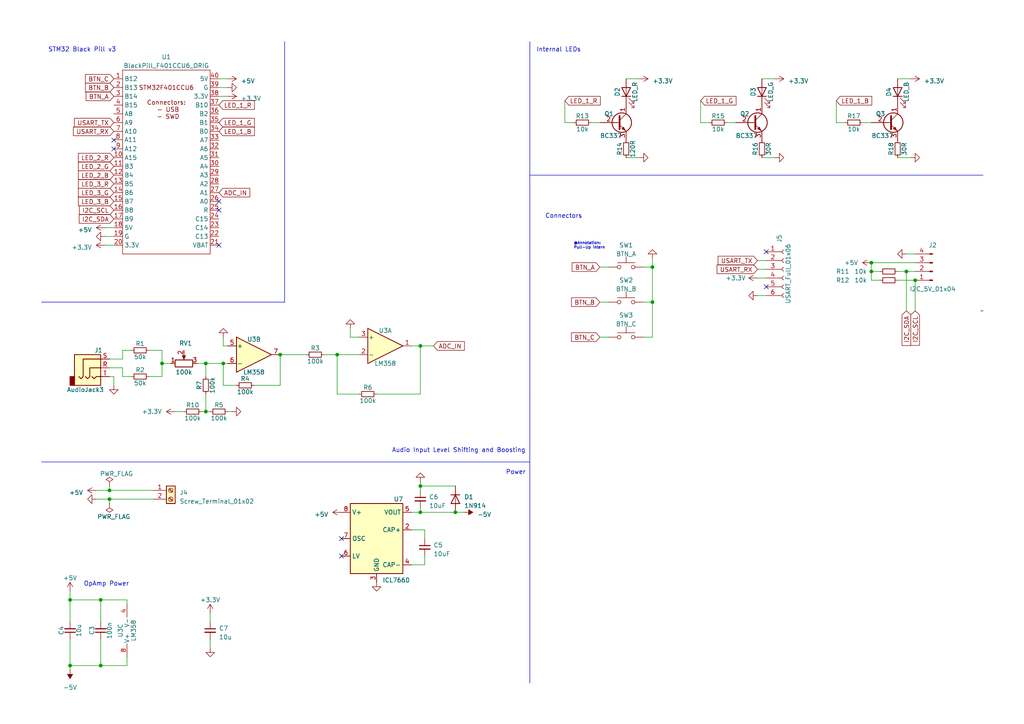
<source format=kicad_sch>
(kicad_sch (version 20230121) (generator eeschema)
  (paper "A4")
  (title_block (title "Jodelautomat-Schaltplan") (date "2023-04-05") (rev "v0.1") (company "Hundshüttn GmbH"))
  (lib_symbols
    (symbol "Amplifier_Operational:LM358" (pin_names (offset 0.127))
      (property "Reference" "U" (at 0 5.08 0))
      (property "Value" "LM358" (at 0 -5.08 0))
      (symbol "LM358_1_1"
        (polyline (pts (xy -5.08 5.08) (xy 5.08 0) (xy -5.08 -5.08) (xy -5.08 5.08)) (stroke (width 0.254)) (fill (type background)))
        (pin output line (at 7.62 0 180) (length 2.54) (name "~") (number "1"))
        (pin input line (at -7.62 -2.54 0) (length 2.54) (name "-") (number "2"))
        (pin input line (at -7.62 2.54 0) (length 2.54) (name "+") (number "3"))
      )
      (symbol "LM358_2_1"
        (polyline (pts (xy -5.08 5.08) (xy 5.08 0) (xy -5.08 -5.08) (xy -5.08 5.08)) (stroke (width 0.254)) (fill (type background)))
        (pin input line (at -7.62 2.54 0) (length 2.54) (name "+") (number "5"))
        (pin input line (at -7.62 -2.54 0) (length 2.54) (name "-") (number "6"))
        (pin output line (at 7.62 0 180) (length 2.54) (name "~") (number "7"))
      )
      (symbol "LM358_3_1"
        (pin power_in line (at -2.54 -7.62 90) (length 3.81) (name "V-") (number "4"))
        (pin power_in line (at -2.54 7.62 270) (length 3.81) (name "V+") (number "8"))
      )
    )
    (symbol "Connector:Conn_01x04_Pin" (pin_names (offset 1.016) hide)
      (property "Reference" "J" (at 0 5.08 0))
      (property "Value" "Conn_01x04_Pin" (at 0 -7.62 0))
      (symbol "Conn_01x04_Pin_1_1"
        (polyline (pts (xy 1.27 -5.08) (xy 0.8636 -5.08)) (stroke (width 0.1524)))
        (polyline (pts (xy 1.27 -2.54) (xy 0.8636 -2.54)) (stroke (width 0.1524)))
        (polyline (pts (xy 1.27 0) (xy 0.8636 0)) (stroke (width 0.1524)))
        (polyline (pts (xy 1.27 2.54) (xy 0.8636 2.54)) (stroke (width 0.1524)))
        (rectangle (start 0.8636 -4.953) (end 0 -5.207) (stroke (width 0.1524)) (fill (type outline)))
        (rectangle (start 0.8636 -2.413) (end 0 -2.667) (stroke (width 0.1524)) (fill (type outline)))
        (rectangle (start 0.8636 0.127) (end 0 -0.127) (stroke (width 0.1524)) (fill (type outline)))
        (rectangle (start 0.8636 2.667) (end 0 2.413) (stroke (width 0.1524)) (fill (type outline)))
        (pin passive line (at 5.08 2.54 180) (length 3.81) (name "Pin_1") (number "1"))
        (pin passive line (at 5.08 0 180) (length 3.81) (name "Pin_2") (number "2"))
        (pin passive line (at 5.08 -2.54 180) (length 3.81) (name "Pin_3") (number "3"))
        (pin passive line (at 5.08 -5.08 180) (length 3.81) (name "Pin_4") (number "4"))
      )
    )
    (symbol "Connector:Conn_01x06_Socket" (pin_names (offset 1.016) hide)
      (property "Reference" "J" (at 0 7.62 0))
      (property "Value" "Conn_01x06_Socket" (at 0 -10.16 0))
      (symbol "Conn_01x06_Socket_1_1"
        (arc (start 0 -7.112) (mid -0.5058 -7.62) (end 0 -8.128) (stroke (width 0.1524)))
        (arc (start 0 -4.572) (mid -0.5058 -5.08) (end 0 -5.588) (stroke (width 0.1524)))
        (arc (start 0 -2.032) (mid -0.5058 -2.54) (end 0 -3.048) (stroke (width 0.1524)))
        (polyline (pts (xy -1.27 -7.62) (xy -0.508 -7.62)) (stroke (width 0.1524)))
        (polyline (pts (xy -1.27 -5.08) (xy -0.508 -5.08)) (stroke (width 0.1524)))
        (polyline (pts (xy -1.27 -2.54) (xy -0.508 -2.54)) (stroke (width 0.1524)))
        (polyline (pts (xy -1.27 0) (xy -0.508 0)) (stroke (width 0.1524)))
        (polyline (pts (xy -1.27 2.54) (xy -0.508 2.54)) (stroke (width 0.1524)))
        (polyline (pts (xy -1.27 5.08) (xy -0.508 5.08)) (stroke (width 0.1524)))
        (arc (start 0 0.508) (mid -0.5058 0) (end 0 -0.508) (stroke (width 0.1524)))
        (arc (start 0 3.048) (mid -0.5058 2.54) (end 0 2.032) (stroke (width 0.1524)))
        (arc (start 0 5.588) (mid -0.5058 5.08) (end 0 4.572) (stroke (width 0.1524)))
        (pin passive line (at -5.08 5.08 0) (length 3.81) (name "Pin_1") (number "1"))
        (pin passive line (at -5.08 2.54 0) (length 3.81) (name "Pin_2") (number "2"))
        (pin passive line (at -5.08 0 0) (length 3.81) (name "Pin_3") (number "3"))
        (pin passive line (at -5.08 -2.54 0) (length 3.81) (name "Pin_4") (number "4"))
        (pin passive line (at -5.08 -5.08 0) (length 3.81) (name "Pin_5") (number "5"))
        (pin passive line (at -5.08 -7.62 0) (length 3.81) (name "Pin_6") (number "6"))
      )
    )
    (symbol "Connector:Screw_Terminal_01x02" (pin_names (offset 1.016) hide)
      (property "Reference" "J" (at 0 2.54 0))
      (property "Value" "Screw_Terminal_01x02" (at 0 -5.08 0))
      (symbol "Screw_Terminal_01x02_1_1"
        (rectangle (start -1.27 1.27) (end 1.27 -3.81) (stroke (width 0.254)) (fill (type background)))
        (circle (center 0 -2.54) (radius 0.635) (stroke (width 0.1524)))
        (polyline (pts (xy -0.5334 -2.2098) (xy 0.3302 -3.048)) (stroke (width 0.1524)))
        (polyline (pts (xy -0.5334 0.3302) (xy 0.3302 -0.508)) (stroke (width 0.1524)))
        (polyline (pts (xy -0.3556 -2.032) (xy 0.508 -2.8702)) (stroke (width 0.1524)))
        (polyline (pts (xy -0.3556 0.508) (xy 0.508 -0.3302)) (stroke (width 0.1524)))
        (circle (center 0 0) (radius 0.635) (stroke (width 0.1524)))
        (pin passive line (at -5.08 0 0) (length 3.81) (name "Pin_1") (number "1"))
        (pin passive line (at -5.08 -2.54 0) (length 3.81) (name "Pin_2") (number "2"))
      )
    )
    (symbol "Connector_Audio:AudioJack3"
      (property "Reference" "J" (at 0 8.89 0))
      (property "Value" "AudioJack3" (at 0 6.35 0))
      (symbol "AudioJack3_0_1"
        (rectangle (start -5.08 -5.08) (end -6.35 -2.54) (stroke (width 0.254)) (fill (type outline)))
        (polyline (pts (xy 0 -2.54) (xy 0.635 -3.175) (xy 1.27 -2.54) (xy 2.54 -2.54)) (stroke (width 0.254)))
        (polyline (pts (xy -1.905 -2.54) (xy -1.27 -3.175) (xy -0.635 -2.54) (xy -0.635 0) (xy 2.54 0)) (stroke (width 0.254)))
        (polyline (pts (xy 2.54 2.54) (xy -2.54 2.54) (xy -2.54 -2.54) (xy -3.175 -3.175) (xy -3.81 -2.54)) (stroke (width 0.254)))
        (rectangle (start 2.54 3.81) (end -5.08 -5.08) (stroke (width 0.254)) (fill (type background)))
      )
      (symbol "AudioJack3_1_1"
        (pin passive line (at 5.08 0 180) (length 2.54) (name "~") (number "R"))
        (pin passive line (at 5.08 2.54 180) (length 2.54) (name "~") (number "S"))
        (pin passive line (at 5.08 -2.54 180) (length 2.54) (name "~") (number "T"))
      )
    )
    (symbol "Device:C_Small" (pin_numbers hide) (pin_names (offset 0.254) hide)
      (property "Reference" "C" (at 0.254 1.778 0))
      (property "Value" "C_Small" (at 0.254 -2.032 0))
      (symbol "C_Small_0_1"
        (polyline (pts (xy -1.524 -0.508) (xy 1.524 -0.508)) (stroke (width 0.3302)))
        (polyline (pts (xy -1.524 0.508) (xy 1.524 0.508)) (stroke (width 0.3048)))
      )
      (symbol "C_Small_1_1"
        (pin passive line (at 0 2.54 270) (length 2.032) (name "~") (number "1"))
        (pin passive line (at 0 -2.54 90) (length 2.032) (name "~") (number "2"))
      )
    )
    (symbol "Device:LED" (pin_numbers hide) (pin_names (offset 1.016) hide)
      (property "Reference" "D" (at 0 2.54 0))
      (property "Value" "LED" (at 0 -2.54 0))
      (symbol "LED_0_1"
        (polyline (pts (xy -1.27 -1.27) (xy -1.27 1.27)) (stroke (width 0.254)))
        (polyline (pts (xy -1.27 0) (xy 1.27 0)))
        (polyline (pts (xy 1.27 -1.27) (xy 1.27 1.27) (xy -1.27 0) (xy 1.27 -1.27)) (stroke (width 0.254)))
        (polyline (pts (xy -3.048 -0.762) (xy -4.572 -2.286) (xy -3.81 -2.286) (xy -4.572 -2.286) (xy -4.572 -1.524)))
        (polyline (pts (xy -1.778 -0.762) (xy -3.302 -2.286) (xy -2.54 -2.286) (xy -3.302 -2.286) (xy -3.302 -1.524)))
      )
      (symbol "LED_1_1"
        (pin passive line (at -3.81 0 0) (length 2.54) (name "K") (number "1"))
        (pin passive line (at 3.81 0 180) (length 2.54) (name "A") (number "2"))
      )
    )
    (symbol "Device:R_Potentiometer" (pin_names (offset 1.016) hide)
      (property "Reference" "RV" (at -4.445 0 90))
      (property "Value" "R_Potentiometer" (at -2.54 0 90))
      (symbol "R_Potentiometer_0_1"
        (polyline (pts (xy 2.54 0) (xy 1.524 0)))
        (polyline (pts (xy 1.143 0) (xy 2.286 0.508) (xy 2.286 -0.508) (xy 1.143 0)) (fill (type outline)))
        (rectangle (start 1.016 2.54) (end -1.016 -2.54) (stroke (width 0.254)))
      )
      (symbol "R_Potentiometer_1_1"
        (pin passive line (at 0 3.81 270) (length 1.27) (name "1") (number "1"))
        (pin passive line (at 3.81 0 180) (length 1.27) (name "2") (number "2"))
        (pin passive line (at 0 -3.81 90) (length 1.27) (name "3") (number "3"))
      )
    )
    (symbol "Device:R_Small" (pin_numbers hide) (pin_names (offset 0.254) hide)
      (property "Reference" "R" (at 0.762 0.508 0))
      (property "Value" "R_Small" (at 0.762 -1.016 0))
      (symbol "R_Small_0_1"
        (rectangle (start -0.762 1.778) (end 0.762 -1.778) (stroke (width 0.2032)))
      )
      (symbol "R_Small_1_1"
        (pin passive line (at 0 2.54 270) (length 0.762) (name "~") (number "1"))
        (pin passive line (at 0 -2.54 90) (length 0.762) (name "~") (number "2"))
      )
    )
    (symbol "Diode:1N914" (pin_numbers hide) (pin_names hide)
      (property "Reference" "D" (at 0 2.54 0))
      (property "Value" "1N914" (at 0 -2.54 0))
      (symbol "1N914_0_1"
        (polyline (pts (xy -1.27 1.27) (xy -1.27 -1.27)) (stroke (width 0.254)))
        (polyline (pts (xy 1.27 0) (xy -1.27 0)))
        (polyline (pts (xy 1.27 1.27) (xy 1.27 -1.27) (xy -1.27 0) (xy 1.27 1.27)) (stroke (width 0.254)))
      )
      (symbol "1N914_1_1"
        (pin passive line (at -3.81 0 0) (length 2.54) (name "K") (number "1"))
        (pin passive line (at 3.81 0 180) (length 2.54) (name "A") (number "2"))
      )
    )
    (symbol "Regulator_SwitchedCapacitor:ICL7660"
      (property "Reference" "U" (at -6.35 11.43 0))
      (property "Value" "ICL7660" (at 3.81 11.43 0))
      (symbol "ICL7660_0_1"
        (rectangle (start -7.62 10.16) (end 7.62 -10.16) (stroke (width 0.254)) (fill (type background)))
      )
      (symbol "ICL7660_1_1"
        (pin no_connect line (at -7.62 5.08 0) (length 2.54) hide (name "NC") (number "1"))
        (pin input line (at 10.16 2.54 180) (length 2.54) (name "CAP+") (number "2"))
        (pin power_in line (at 0 -12.7 90) (length 2.54) (name "GND") (number "3"))
        (pin input line (at 10.16 -7.62 180) (length 2.54) (name "CAP-") (number "4"))
        (pin power_out line (at 10.16 7.62 180) (length 2.54) (name "VOUT") (number "5"))
        (pin input line (at -10.16 -5.08 0) (length 2.54) (name "LV") (number "6"))
        (pin input line (at -10.16 0 0) (length 2.54) (name "OSC") (number "7"))
        (pin power_in line (at -10.16 7.62 0) (length 2.54) (name "V+") (number "8"))
      )
    )
    (symbol "STM32-Devboards:BlackPill_F401CCU6_ORIG"
      (property "Reference" "U" (at 25.4 1.27 0))
      (property "Value" "BlackPill_F401CCU6_ORIG" (at 13.97 -54.61 0))
      (symbol "BlackPill_F401CCU6_ORIG_0_1"
        (rectangle (start 0 0) (end 25.4 -53.34))
      )
      (symbol "BlackPill_F401CCU6_ORIG_1_1"
        (text "Connectors:\n - USB\n - SWD" (at 12.7 -11.43 0) (effects (font (size 1.27 1.27))))
        (text "STM32F401CCU6" (at 12.7 -5.08 0) (effects (font (size 1.27 1.27))))
        (pin bidirectional line (at -2.54 -2.54 0) (length 2.54) (name "B12") (number "1"))
        (pin bidirectional line (at -2.54 -25.4 0) (length 2.54) (name "A15") (number "10"))
        (pin bidirectional line (at -2.54 -27.94 0) (length 2.54) (name "B3") (number "11"))
        (pin bidirectional line (at -2.54 -30.48 0) (length 2.54) (name "B4") (number "12"))
        (pin bidirectional line (at -2.54 -33.02 0) (length 2.54) (name "B5") (number "13"))
        (pin bidirectional line (at -2.54 -35.56 0) (length 2.54) (name "B6") (number "14"))
        (pin bidirectional line (at -2.54 -38.1 0) (length 2.54) (name "B7") (number "15"))
        (pin bidirectional line (at -2.54 -40.64 0) (length 2.54) (name "B8") (number "16"))
        (pin bidirectional line (at -2.54 -43.18 0) (length 2.54) (name "B9") (number "17"))
        (pin power_out line (at -2.54 -45.72 0) (length 2.54) (name "5V") (number "18"))
        (pin power_out line (at -2.54 -48.26 0) (length 2.54) (name "G") (number "19"))
        (pin bidirectional line (at -2.54 -5.08 0) (length 2.54) (name "B13") (number "2"))
        (pin power_out line (at -2.54 -50.8 0) (length 2.54) (name "3.3V") (number "20"))
        (pin power_in line (at 27.94 -50.8 180) (length 2.54) (name "VBAT") (number "21"))
        (pin bidirectional line (at 27.94 -48.26 180) (length 2.54) (name "C13") (number "22"))
        (pin bidirectional line (at 27.94 -45.72 180) (length 2.54) (name "C14") (number "23"))
        (pin bidirectional line (at 27.94 -43.18 180) (length 2.54) (name "C15") (number "24"))
        (pin input line (at 27.94 -40.64 180) (length 2.54) (name "R") (number "25"))
        (pin bidirectional line (at 27.94 -38.1 180) (length 2.54) (name "A0") (number "26"))
        (pin bidirectional line (at 27.94 -35.56 180) (length 2.54) (name "A1") (number "27"))
        (pin bidirectional line (at 27.94 -33.02 180) (length 2.54) (name "A2") (number "28"))
        (pin bidirectional line (at 27.94 -30.48 180) (length 2.54) (name "A3") (number "29"))
        (pin bidirectional line (at -2.54 -7.62 0) (length 2.54) (name "B14") (number "3"))
        (pin bidirectional line (at 27.94 -27.94 180) (length 2.54) (name "A4") (number "30"))
        (pin bidirectional line (at 27.94 -25.4 180) (length 2.54) (name "A5") (number "31"))
        (pin bidirectional line (at 27.94 -22.86 180) (length 2.54) (name "A6") (number "32"))
        (pin bidirectional line (at 27.94 -20.32 180) (length 2.54) (name "A7") (number "33"))
        (pin bidirectional line (at 27.94 -17.78 180) (length 2.54) (name "B0") (number "34"))
        (pin bidirectional line (at 27.94 -15.24 180) (length 2.54) (name "B1") (number "35"))
        (pin bidirectional line (at 27.94 -12.7 180) (length 2.54) (name "B2") (number "36"))
        (pin bidirectional line (at 27.94 -10.16 180) (length 2.54) (name "B10") (number "37"))
        (pin power_out line (at 27.94 -7.62 180) (length 2.54) (name "3.3V") (number "38"))
        (pin power_in line (at 27.94 -5.08 180) (length 2.54) (name "G") (number "39"))
        (pin bidirectional line (at -2.54 -10.16 0) (length 2.54) (name "B15") (number "4"))
        (pin power_in line (at 27.94 -2.54 180) (length 2.54) (name "5V") (number "40"))
        (pin bidirectional line (at -2.54 -12.7 0) (length 2.54) (name "A8") (number "5"))
        (pin bidirectional line (at -2.54 -15.24 0) (length 2.54) (name "A9") (number "6"))
        (pin bidirectional line (at -2.54 -17.78 0) (length 2.54) (name "A10") (number "7"))
        (pin bidirectional line (at -2.5926 -20.1886 0) (length 2.54) (name "A11") (number "8"))
        (pin bidirectional line (at -2.54 -22.86 0) (length 2.54) (name "A12") (number "9"))
      )
    )
    (symbol "Switch:SW_Push" (pin_numbers hide) (pin_names (offset 1.016) hide)
      (property "Reference" "SW" (at 1.27 2.54 0))
      (property "Value" "SW_Push" (at 0 -1.524 0))
      (symbol "SW_Push_0_1"
        (circle (center -2.032 0) (radius 0.508))
        (polyline (pts (xy 0 1.27) (xy 0 3.048)))
        (polyline (pts (xy 2.54 1.27) (xy -2.54 1.27)))
        (circle (center 2.032 0) (radius 0.508))
        (pin passive line (at -5.08 0 0) (length 2.54) (name "1") (number "1"))
        (pin passive line (at 5.08 0 180) (length 2.54) (name "2") (number "2"))
      )
    )
    (symbol "Transistor_BJT:BC337" (pin_names (offset 0) hide)
      (property "Reference" "Q" (at 5.08 1.905 0))
      (property "Value" "BC337" (at 5.08 0 0))
      (symbol "BC337_0_1"
        (polyline (pts (xy 0 0) (xy 0.635 0)))
        (polyline (pts (xy 0.635 0.635) (xy 2.54 2.54)))
        (polyline (pts (xy 0.635 -0.635) (xy 2.54 -2.54) (xy 2.54 -2.54)))
        (polyline (pts (xy 0.635 1.905) (xy 0.635 -1.905) (xy 0.635 -1.905)) (stroke (width 0.508)))
        (polyline (pts (xy 1.27 -1.778) (xy 1.778 -1.27) (xy 2.286 -2.286) (xy 1.27 -1.778) (xy 1.27 -1.778)) (fill (type outline)))
        (circle (center 1.27 0) (radius 2.8194) (stroke (width 0.254)))
      )
      (symbol "BC337_1_1"
        (pin passive line (at 2.54 5.08 270) (length 2.54) (name "C") (number "1"))
        (pin input line (at -5.08 0 0) (length 5.08) (name "B") (number "2"))
        (pin passive line (at 2.54 -5.08 90) (length 2.54) (name "E") (number "3"))
      )
    )
    (symbol "power:+3.3V" (power) (pin_names (offset 0))
      (property "Value" "+3.3V" (at 0 3.556 0))
      (symbol "+3.3V_0_1"
        (polyline (pts (xy -0.762 1.27) (xy 0 2.54)))
        (polyline (pts (xy 0 0) (xy 0 2.54)))
        (polyline (pts (xy 0 2.54) (xy 0.762 1.27)))
      )
      (symbol "+3.3V_1_1"
        (pin power_in line (at 0 0 90) (length 0) hide (name "+3.3V") (number "1"))
      )
    )
    (symbol "power:+5V" (power) (pin_names (offset 0))
      (property "Value" "+5V" (at 0 3.556 0))
      (symbol "+5V_0_1"
        (polyline (pts (xy -0.762 1.27) (xy 0 2.54)))
        (polyline (pts (xy 0 0) (xy 0 2.54)))
        (polyline (pts (xy 0 2.54) (xy 0.762 1.27)))
      )
      (symbol "+5V_1_1"
        (pin power_in line (at 0 0 90) (length 0) hide (name "+5V") (number "1"))
      )
    )
    (symbol "power:-5V" (power) (pin_names (offset 0))
      (property "Value" "-5V" (at 0 3.81 0))
      (symbol "-5V_0_0"
        (pin power_in line (at 0 0 90) (length 0) hide (name "-5V") (number "1"))
      )
      (symbol "-5V_0_1"
        (polyline (pts (xy 0 0) (xy 0 1.27) (xy 0.762 1.27) (xy 0 2.54) (xy -0.762 1.27) (xy 0 1.27)) (fill (type outline)))
      )
    )
    (symbol "power:GND" (power) (pin_names (offset 0))
      (property "Value" "GND" (at 0 -3.81 0))
      (symbol "GND_0_1"
        (polyline (pts (xy 0 0) (xy 0 -1.27) (xy 1.27 -1.27) (xy 0 -2.54) (xy -1.27 -1.27) (xy 0 -1.27)))
      )
      (symbol "GND_1_1"
        (pin power_in line (at 0 0 270) (length 0) hide (name "GND") (number "1"))
      )
    )
    (symbol "power:PWR_FLAG" (power) (pin_numbers hide) (pin_names (offset 0) hide)
      (property "Value" "PWR_FLAG" (at 0 3.81 0))
      (symbol "PWR_FLAG_0_0"
        (pin power_out line (at 0 0 90) (length 0) (name "pwr") (number "1"))
      )
      (symbol "PWR_FLAG_0_1"
        (polyline (pts (xy 0 0) (xy 0 1.27) (xy -1.016 1.905) (xy 0 2.54) (xy 1.016 1.905) (xy 0 1.27)))
      )
    )
  )
  (junction (at 252.73 78.74))
  (junction (at 121.92 100.33))
  (junction (at 29.21 193.04))
  (junction (at 132.08 148.59))
  (junction (at 29.21 173.99))
  (junction (at 81.28 102.87))
  (junction (at 189.23 87.63))
  (junction (at 59.69 105.41))
  (junction (at 20.32 193.04))
  (junction (at 64.77 105.41))
  (junction (at 46.99 105.41))
  (junction (at 59.69 119.38))
  (junction (at 121.92 140.97))
  (junction (at 31.75 142.24))
  (junction (at 20.32 173.99))
  (junction (at 252.73 76.2))
  (junction (at 262.89 78.74))
  (junction (at 121.92 148.59))
  (junction (at 265.43 81.28))
  (junction (at 31.75 144.78))
  (junction (at 189.23 77.47))
  (junction (at 97.79 102.87))
  (no_connect (at 33.02 43.18))
  (no_connect (at 63.5 71.12))
  (no_connect (at 222.25 73.025))
  (no_connect (at 33.02 40.64))
  (no_connect (at 99.06 161.29))
  (no_connect (at 63.5 58.42))
  (no_connect (at 99.06 156.21))
  (no_connect (at 222.25 83.185))
  (no_connect (at 63.5 60.96))
  (wire (pts (xy 36.83 190.5) (xy 36.83 193.04)))
  (wire (pts (xy 35.56 104.14) (xy 35.56 101.6)))
  (wire (pts (xy 181.61 22.86) (xy 185.42 22.86)))
  (wire (pts (xy 109.22 114.3) (xy 121.92 114.3)))
  (wire (pts (xy 260.35 78.74) (xy 262.89 78.74)))
  (wire (pts (xy 63.5 22.86) (xy 66.04 22.86)))
  (wire (pts (xy 220.98 45.72) (xy 224.79 45.72)))
  (wire (pts (xy 132.08 148.59) (xy 134.62 148.59)))
  (polyline (pts (xy 82.55 12.065) (xy 82.55 87.63)))
  (wire (pts (xy 27.94 142.24) (xy 31.75 142.24)))
  (wire (pts (xy 186.69 87.63) (xy 189.23 87.63)))
  (wire (pts (xy 81.28 102.87) (xy 81.28 111.76)))
  (wire (pts (xy 20.32 173.99) (xy 20.32 171.45)))
  (wire (pts (xy 60.96 185.42) (xy 60.96 187.96)))
  (wire (pts (xy 20.32 180.34) (xy 20.32 173.99)))
  (wire (pts (xy 97.79 102.87) (xy 97.79 114.3)))
  (wire (pts (xy 252.73 76.2) (xy 252.73 78.74)))
  (wire (pts (xy 123.19 163.83) (xy 119.38 163.83)))
  (wire (pts (xy 36.83 175.26) (xy 36.83 173.99)))
  (wire (pts (xy 64.77 100.33) (xy 66.04 100.33)))
  (wire (pts (xy 46.99 105.41) (xy 46.99 109.22)))
  (wire (pts (xy 186.69 77.47) (xy 189.23 77.47)))
  (wire (pts (xy 265.43 73.66) (xy 262.89 73.66)))
  (wire (pts (xy 210.82 35.56) (xy 213.36 35.56)))
  (wire (pts (xy 121.92 139.7) (xy 121.92 140.97)))
  (wire (pts (xy 173.99 77.47) (xy 176.53 77.47)))
  (wire (pts (xy 252.73 78.74) (xy 255.27 78.74)))
  (wire (pts (xy 163.83 35.56) (xy 166.37 35.56)))
  (wire (pts (xy 35.56 106.68) (xy 35.56 109.22)))
  (wire (pts (xy 260.35 45.72) (xy 264.16 45.72)))
  (wire (pts (xy 189.23 87.63) (xy 189.23 97.79)))
  (wire (pts (xy 20.32 193.04) (xy 20.32 185.42)))
  (wire (pts (xy 119.38 100.33) (xy 121.92 100.33)))
  (polyline (pts (xy 284.48 90.17) (xy 285.115 90.17)))
  (wire (pts (xy 46.99 105.41) (xy 49.53 105.41)))
  (polyline (pts (xy 12.065 133.985) (xy 153.67 133.985)))
  (wire (pts (xy 93.98 102.87) (xy 97.79 102.87)))
  (wire (pts (xy 46.99 109.22) (xy 43.18 109.22)))
  (wire (pts (xy 219.71 75.565) (xy 222.25 75.565)))
  (wire (pts (xy 44.45 144.78) (xy 31.75 144.78)))
  (wire (pts (xy 186.69 97.79) (xy 189.23 97.79)))
  (wire (pts (xy 101.6 97.79) (xy 104.14 97.79)))
  (wire (pts (xy 220.98 22.86) (xy 224.79 22.86)))
  (wire (pts (xy 181.61 45.72) (xy 185.42 45.72)))
  (wire (pts (xy 222.25 85.725) (xy 219.71 85.725)))
  (wire (pts (xy 50.8 119.38) (xy 53.34 119.38)))
  (wire (pts (xy 20.32 173.99) (xy 29.21 173.99)))
  (polyline (pts (xy 12.065 87.63) (xy 82.55 87.63)))
  (wire (pts (xy 59.69 114.3) (xy 59.69 119.38)))
  (wire (pts (xy 222.25 80.645) (xy 219.71 80.645)))
  (wire (pts (xy 173.99 97.79) (xy 176.53 97.79)))
  (wire (pts (xy 242.57 35.56) (xy 245.11 35.56)))
  (wire (pts (xy 29.21 173.99) (xy 29.21 180.34)))
  (wire (pts (xy 173.99 87.63) (xy 176.53 87.63)))
  (wire (pts (xy 58.42 119.38) (xy 59.69 119.38)))
  (wire (pts (xy 203.2 35.56) (xy 205.74 35.56)))
  (wire (pts (xy 31.75 142.24) (xy 31.75 140.97)))
  (wire (pts (xy 20.32 193.04) (xy 29.21 193.04)))
  (wire (pts (xy 252.73 81.28) (xy 252.73 78.74)))
  (wire (pts (xy 203.2 29.21) (xy 203.2 35.56)))
  (wire (pts (xy 260.35 22.86) (xy 264.16 22.86)))
  (polyline (pts (xy 153.67 50.8) (xy 285.115 50.8)))
  (wire (pts (xy 31.75 144.78) (xy 31.75 146.05)))
  (wire (pts (xy 123.19 153.67) (xy 123.19 156.21)))
  (wire (pts (xy 64.77 97.79) (xy 64.77 100.33)))
  (wire (pts (xy 30.48 71.12) (xy 33.02 71.12)))
  (wire (pts (xy 29.21 185.42) (xy 29.21 193.04)))
  (wire (pts (xy 260.35 81.28) (xy 265.43 81.28)))
  (wire (pts (xy 64.77 105.41) (xy 66.04 105.41)))
  (wire (pts (xy 121.92 140.97) (xy 132.08 140.97)))
  (wire (pts (xy 20.32 194.31) (xy 20.32 193.04)))
  (wire (pts (xy 250.19 35.56) (xy 252.73 35.56)))
  (wire (pts (xy 29.21 173.99) (xy 36.83 173.99)))
  (wire (pts (xy 35.56 101.6) (xy 38.1 101.6)))
  (wire (pts (xy 63.5 27.94) (xy 66.04 27.94)))
  (wire (pts (xy 59.69 105.41) (xy 64.77 105.41)))
  (polyline (pts (xy 153.67 12.065) (xy 153.67 114.935)))
  (wire (pts (xy 35.56 109.22) (xy 38.1 109.22)))
  (wire (pts (xy 44.45 142.24) (xy 31.75 142.24)))
  (wire (pts (xy 123.19 161.29) (xy 123.19 163.83)))
  (wire (pts (xy 119.38 153.67) (xy 123.19 153.67)))
  (wire (pts (xy 265.43 81.28) (xy 265.43 90.17)))
  (wire (pts (xy 104.14 114.3) (xy 97.79 114.3)))
  (wire (pts (xy 31.75 106.68) (xy 35.56 106.68)))
  (wire (pts (xy 31.75 104.14) (xy 35.56 104.14)))
  (wire (pts (xy 33.02 109.22) (xy 33.02 111.76)))
  (wire (pts (xy 73.66 111.76) (xy 81.28 111.76)))
  (wire (pts (xy 30.48 68.58) (xy 33.02 68.58)))
  (polyline (pts (xy 153.67 114.935) (xy 153.67 198.12)))
  (wire (pts (xy 63.5 25.4) (xy 66.04 25.4)))
  (wire (pts (xy 36.83 193.04) (xy 29.21 193.04)))
  (wire (pts (xy 171.45 35.56) (xy 173.99 35.56)))
  (wire (pts (xy 121.92 140.97) (xy 121.92 142.24)))
  (wire (pts (xy 121.92 148.59) (xy 121.92 147.32)))
  (wire (pts (xy 265.43 78.74) (xy 262.89 78.74)))
  (wire (pts (xy 57.15 105.41) (xy 59.69 105.41)))
  (wire (pts (xy 60.96 177.8) (xy 60.96 180.34)))
  (wire (pts (xy 121.92 148.59) (xy 132.08 148.59)))
  (wire (pts (xy 242.57 29.21) (xy 242.57 35.56)))
  (wire (pts (xy 64.77 105.41) (xy 64.77 111.76)))
  (wire (pts (xy 219.71 78.105) (xy 222.25 78.105)))
  (wire (pts (xy 43.18 101.6) (xy 46.99 101.6)))
  (wire (pts (xy 255.27 81.28) (xy 252.73 81.28)))
  (wire (pts (xy 59.69 119.38) (xy 60.96 119.38)))
  (wire (pts (xy 119.38 148.59) (xy 121.92 148.59)))
  (wire (pts (xy 163.83 29.21) (xy 163.83 35.56)))
  (wire (pts (xy 252.73 76.2) (xy 265.43 76.2)))
  (wire (pts (xy 30.48 66.04) (xy 33.02 66.04)))
  (wire (pts (xy 101.6 95.25) (xy 101.6 97.79)))
  (wire (pts (xy 46.99 101.6) (xy 46.99 105.41)))
  (wire (pts (xy 189.23 77.47) (xy 189.23 87.63)))
  (wire (pts (xy 121.92 100.33) (xy 121.92 114.3)))
  (wire (pts (xy 68.58 111.76) (xy 64.77 111.76)))
  (wire (pts (xy 59.69 105.41) (xy 59.69 109.22)))
  (wire (pts (xy 121.92 100.33) (xy 125.73 100.33)))
  (wire (pts (xy 189.23 74.93) (xy 189.23 77.47)))
  (wire (pts (xy 66.04 119.38) (xy 67.31 119.38)))
  (wire (pts (xy 97.79 102.87) (xy 104.14 102.87)))
  (wire (pts (xy 27.94 144.78) (xy 31.75 144.78)))
  (wire (pts (xy 31.75 109.22) (xy 33.02 109.22)))
  (wire (pts (xy 262.89 78.74) (xy 262.89 90.17)))
  (wire (pts (xy 81.28 102.87) (xy 88.9 102.87)))
  (text "Audio Input Level Shifting and Boosting" (at 113.665 131.445 0) (effects (font (size 1.27 1.27)) (justify left bottom)))
  (text "Power" (at 146.685 137.795 0) (effects (font (size 1.27 1.27)) (justify left bottom)))
  (text "Connectors" (at 158.115 63.5 0) (effects (font (size 1.27 1.27)) (justify left bottom)))
  (text "Internal LEDs" (at 155.575 15.24 0) (effects (font (size 1.27 1.27)) (justify left bottom)))
  (text "@Annotation:\nPull-Up intern" (at 166.37 72.39 0) (effects (font (size 0.8 0.8)) (justify left bottom)))
  (text "OpAmp Power" (at 37.465 170.18 0) (effects (font (size 1.27 1.27)) (justify right bottom)))
  (text "STM32 Black Pill v3" (at 13.97 15.24 0) (effects (font (size 1.27 1.27)) (justify left bottom)))
  (global_label "USART_TX" (shape input) (at 33.02 35.56 180) (property "Intersheetrefs" "${INTERSHEET_REFS}" (effects hide)))
  (global_label "BTN_A" (shape input) (at 33.02 27.94 180) (property "Intersheetrefs" "${INTERSHEET_REFS}" (effects hide)))
  (global_label "LED_3_B" (shape input) (at 33.02 58.42 180) (property "Intersheetrefs" "${INTERSHEET_REFS}" (effects hide)))
  (global_label "I2C_SCL" (shape input) (at 33.02 60.96 180) (property "Intersheetrefs" "${INTERSHEET_REFS}" (effects hide)))
  (global_label "I2C_SDA" (shape input) (at 33.02 63.5 180) (property "Intersheetrefs" "${INTERSHEET_REFS}" (effects hide)))
  (global_label "BTN_C" (shape input) (at 33.02 22.86 180) (property "Intersheetrefs" "${INTERSHEET_REFS}" (effects hide)))
  (global_label "LED_1_B" (shape input) (at 63.5 38.1 0) (property "Intersheetrefs" "${INTERSHEET_REFS}" (effects hide)))
  (global_label "BTN_B" (shape input) (at 33.02 25.4 180) (property "Intersheetrefs" "${INTERSHEET_REFS}" (effects hide)))
  (global_label "LED_1_R" (shape input) (at 63.5 30.48 0) (property "Intersheetrefs" "${INTERSHEET_REFS}" (effects hide)))
  (global_label "LED_2_B" (shape input) (at 33.02 50.8 180) (property "Intersheetrefs" "${INTERSHEET_REFS}" (effects hide)))
  (global_label "LED_1_G" (shape input) (at 63.5 35.56 0) (property "Intersheetrefs" "${INTERSHEET_REFS}" (effects hide)))
  (global_label "LED_3_R" (shape input) (at 33.02 53.34 180) (property "Intersheetrefs" "${INTERSHEET_REFS}" (effects hide)))
  (global_label "BTN_A" (shape input) (at 173.99 77.47 180) (property "Intersheetrefs" "${INTERSHEET_REFS}" (effects hide)))
  (global_label "LED_2_G" (shape input) (at 33.02 48.26 180) (property "Intersheetrefs" "${INTERSHEET_REFS}" (effects hide)))
  (global_label "BTN_C" (shape input) (at 173.99 97.79 180) (property "Intersheetrefs" "${INTERSHEET_REFS}" (effects hide)))
  (global_label "LED_1_B" (shape input) (at 242.57 29.21 0) (property "Intersheetrefs" "${INTERSHEET_REFS}" (effects hide)))
  (global_label "LED_3_G" (shape input) (at 33.02 55.88 180) (property "Intersheetrefs" "${INTERSHEET_REFS}" (effects hide)))
  (global_label "LED_1_R" (shape input) (at 163.83 29.21 0) (property "Intersheetrefs" "${INTERSHEET_REFS}" (effects hide)))
  (global_label "LED_1_G" (shape input) (at 203.2 29.21 0) (property "Intersheetrefs" "${INTERSHEET_REFS}" (effects hide)))
  (global_label "I2C_SDA" (shape input) (at 262.89 90.17 270) (property "Intersheetrefs" "${INTERSHEET_REFS}" (effects hide)))
  (global_label "ADC_IN" (shape input) (at 63.5 55.88 0) (property "Intersheetrefs" "${INTERSHEET_REFS}" (effects hide)))
  (global_label "USART_RX" (shape input) (at 219.71 78.105 180) (property "Intersheetrefs" "${INTERSHEET_REFS}" (effects hide)))
  (global_label "LED_2_R" (shape input) (at 33.02 45.72 180) (property "Intersheetrefs" "${INTERSHEET_REFS}" (effects hide)))
  (global_label "BTN_B" (shape input) (at 173.99 87.63 180) (property "Intersheetrefs" "${INTERSHEET_REFS}" (effects hide)))
  (global_label "ADC_IN" (shape input) (at 125.73 100.33 0) (property "Intersheetrefs" "${INTERSHEET_REFS}" (effects hide)))
  (global_label "I2C_SCL" (shape input) (at 265.43 90.17 270) (property "Intersheetrefs" "${INTERSHEET_REFS}" (effects hide)))
  (global_label "USART_RX" (shape input) (at 33.02 38.1 180) (property "Intersheetrefs" "${INTERSHEET_REFS}" (effects hide)))
  (global_label "USART_TX" (shape input) (at 219.71 75.565 180) (property "Intersheetrefs" "${INTERSHEET_REFS}" (effects hide)))
  (symbol (lib_id "Device:C_Small") (at 20.32 182.88 180) (unit 1)
    (property "Reference" "C4" (at 17.78 182.88 90))
    (property "Value" "10u" (at 22.86 182.88 90))
    (property "Footprint" "Capacitor_SMD:C_0603_1608Metric" (effects hide))
  )
  (symbol (lib_id "power:PWR_FLAG") (at 31.75 146.05 180) (unit 1)
    (property "Reference" "#FLG03" (effects hide))
    (property "Value" "PWR_FLAG" (at 33.02 149.86 0))
  )
  (symbol (lib_id "Device:C_Small") (at 29.21 182.88 180) (unit 1)
    (property "Reference" "C3" (at 26.67 182.88 90))
    (property "Value" "100n" (at 31.75 182.88 90))
    (property "Footprint" "Capacitor_SMD:C_0603_1608Metric" (effects hide))
  )
  (symbol (lib_id "Device:R_Small") (at 59.69 111.76 180) (unit 1)
    (property "Reference" "R7" (at 57.785 111.76 90))
    (property "Value" "100k" (at 61.595 111.76 90))
    (property "Footprint" "Resistor_SMD:R_0402_1005Metric" (effects hide))
  )
  (symbol (lib_id "power:GND") (at 101.6 95.25 180) (unit 1)
    (property "Reference" "#PWR06" (effects hide))
    (property "Value" "GND" (effects hide))
  )
  (symbol (lib_id "Device:R_Small") (at 208.28 35.56 90) (unit 1)
    (property "Reference" "R15" (at 208.28 33.655 90))
    (property "Value" "10k" (at 208.28 37.465 90))
    (property "Footprint" "Resistor_SMD:R_0402_1005Metric" (effects hide))
  )
  (symbol (lib_id "Amplifier_Operational:LM358") (at 34.29 182.88 180) (unit 3)
    (property "Reference" "U3" (at 34.925 182.88 90))
    (property "Value" "LM358" (at 38.735 182.88 90))
    (property "Footprint" "Package_SO:SOIC-8_3.9x4.9mm_P1.27mm" (effects hide))
    (property "Datasheet" "http://www.ti.com/lit/ds/symlink/lm2904-n.pdf" (effects hide))
  )
  (symbol (lib_id "power:GND") (at 189.23 74.93 180) (unit 1)
    (property "Reference" "#PWR017" (effects hide))
    (property "Value" "GND" (effects hide))
  )
  (symbol (lib_id "power:+3.3V") (at 264.16 22.86 270) (unit 1)
    (property "Reference" "#PWR032" (effects hide))
    (property "Value" "+3.3V" (at 267.97 23.495 90) (effects (justify left)))
  )
  (symbol (lib_id "Device:R_Small") (at 71.12 111.76 90) (unit 1)
    (property "Reference" "R4" (at 71.12 109.855 90))
    (property "Value" "100k" (at 71.12 113.665 90))
    (property "Footprint" "Resistor_SMD:R_0402_1005Metric" (effects hide))
  )
  (symbol (lib_id "power:GND") (at 219.71 85.725 270) (unit 1)
    (property "Reference" "#PWR022" (effects hide))
    (property "Value" "GND" (effects hide))
  )
  (symbol (lib_id "Device:C_Small") (at 121.92 144.78 0) (unit 1)
    (property "Reference" "C6" (at 124.46 144.1513 0) (effects (justify left)))
    (property "Value" "10uF" (at 124.46 146.6913 0) (effects (justify left)))
    (property "Footprint" "Capacitor_SMD:C_0805_2012Metric" (effects hide))
  )
  (symbol (lib_id "power:GND") (at 121.92 139.7 180) (unit 1)
    (property "Reference" "#PWR031" (effects hide))
    (property "Value" "GND" (effects hide))
  )
  (symbol (lib_id "Device:C_Small") (at 60.96 182.88 0) (unit 1)
    (property "Reference" "C7" (at 63.5 182.2513 0) (effects (justify left)))
    (property "Value" "10u" (at 63.5 184.7913 0) (effects (justify left)))
    (property "Footprint" "Capacitor_SMD:C_0603_1608Metric" (effects hide))
  )
  (symbol (lib_id "power:GND") (at 109.22 168.91 0) (unit 1)
    (property "Reference" "#PWR029" (effects hide))
    (property "Value" "GND" (effects hide))
  )
  (symbol (lib_id "power:-5V") (at 134.62 148.59 270) (unit 1)
    (property "Reference" "#PWR09" (effects hide))
    (property "Value" "-5V" (at 138.43 149.225 90) (effects (justify left)))
  )
  (symbol (lib_id "Device:R_Potentiometer") (at 53.34 105.41 90) (unit 1)
    (property "Reference" "RV1" (at 53.848 99.568 90))
    (property "Value" "100k" (at 53.34 107.95 90))
    (property "Footprint" "Potentiometer_SMD:Potentiometer_Bourns_3314J_Vertical" (effects hide))
  )
  (symbol (lib_id "Device:R_Small") (at 181.61 43.18 180) (unit 1)
    (property "Reference" "R14" (at 179.705 43.18 90))
    (property "Value" "120R" (at 183.515 43.18 90))
    (property "Footprint" "Resistor_SMD:R_0603_1608Metric" (effects hide))
  )
  (symbol (lib_id "power:GND") (at 262.89 73.66 270) (unit 1)
    (property "Reference" "#PWR020" (effects hide))
    (property "Value" "GND" (effects hide))
  )
  (symbol (lib_id "Transistor_BJT:BC337") (at 218.44 35.56 0) (unit 1)
    (property "Reference" "Q2" (at 214.63 33.02 0) (effects (justify left)))
    (property "Value" "BC337" (at 213.36 39.37 0) (effects (justify left)))
    (property "Footprint" "Package_TO_SOT_THT:TO-92_Inline" (effects hide))
    (property "Datasheet" "https://diotec.com/tl_files/diotec/files/pdf/datasheets/bc337.pdf" (effects hide))
  )
  (symbol (lib_id "power:GND") (at 185.42 45.72 90) (unit 1)
    (property "Reference" "#PWR025" (effects hide))
    (property "Value" "GND" (effects hide))
  )
  (symbol (lib_id "Device:R_Small") (at 168.91 35.56 90) (unit 1)
    (property "Reference" "R13" (at 168.91 33.655 90))
    (property "Value" "10k" (at 168.91 37.465 90))
    (property "Footprint" "Resistor_SMD:R_0402_1005Metric" (effects hide))
  )
  (symbol (lib_id "Device:R_Small") (at 257.81 81.28 90) (unit 1)
    (property "Reference" "R12" (at 246.38 81.28 90) (effects (justify left)))
    (property "Value" "10k" (at 251.46 81.28 90) (effects (justify left)))
    (property "Footprint" "Resistor_SMD:R_0402_1005Metric" (effects hide))
  )
  (symbol (lib_id "Device:LED") (at 220.98 26.67 90) (unit 1)
    (property "Reference" "D3" (at 218.44 26.67 0))
    (property "Value" "LED_G" (at 223.52 26.67 0))
    (property "Footprint" "LED_SMD:LED_2010_5025Metric" (effects hide))
  )
  (symbol (lib_id "power:+5V") (at 27.94 142.24 90) (unit 1)
    (property "Reference" "#PWR05" (effects hide))
    (property "Value" "+5V" (at 24.13 142.875 90) (effects (justify left)))
  )
  (symbol (lib_id "Transistor_BJT:BC337") (at 179.07 35.56 0) (unit 1)
    (property "Reference" "Q1" (at 175.26 33.02 0) (effects (justify left)))
    (property "Value" "BC337" (at 173.99 39.37 0) (effects (justify left)))
    (property "Footprint" "Package_TO_SOT_THT:TO-92_Inline" (effects hide))
    (property "Datasheet" "https://diotec.com/tl_files/diotec/files/pdf/datasheets/bc337.pdf" (effects hide))
  )
  (symbol (lib_id "Device:R_Small") (at 91.44 102.87 90) (unit 1)
    (property "Reference" "R3" (at 91.44 100.965 90))
    (property "Value" "100k" (at 91.44 104.775 90))
    (property "Footprint" "Resistor_SMD:R_0402_1005Metric" (effects hide))
  )
  (symbol (lib_id "power:+5V") (at 66.04 22.86 270) (unit 1)
    (property "Reference" "#PWR012" (effects hide))
    (property "Value" "+5V" (at 69.85 23.495 90) (effects (justify left)))
  )
  (symbol (lib_id "power:+5V") (at 99.06 148.59 90) (unit 1)
    (property "Reference" "#PWR014" (effects hide))
    (property "Value" "+5V" (at 95.25 149.225 90) (effects (justify left)))
  )
  (symbol (lib_id "Transistor_BJT:BC337") (at 257.81 35.56 0) (unit 1)
    (property "Reference" "Q3" (at 254 33.02 0) (effects (justify left)))
    (property "Value" "BC337" (at 252.73 39.37 0) (effects (justify left)))
    (property "Footprint" "Package_TO_SOT_THT:TO-92_Inline" (effects hide))
    (property "Datasheet" "https://diotec.com/tl_files/diotec/files/pdf/datasheets/bc337.pdf" (effects hide))
  )
  (symbol (lib_id "Connector:Screw_Terminal_01x02") (at 49.53 142.24 0) (unit 1)
    (property "Reference" "J4" (at 52.07 142.875 0) (effects (justify left)))
    (property "Value" "Screw_Terminal_01x02" (at 52.07 145.415 0) (effects (justify left)))
    (property "Footprint" "TerminalBlock_4Ucon:TerminalBlock_4Ucon_1x02_P3.50mm_Horizontal" (effects hide))
  )
  (symbol (lib_id "power:GND") (at 64.77 97.79 180) (unit 1)
    (property "Reference" "#PWR02" (effects hide))
    (property "Value" "GND" (effects hide))
  )
  (symbol (lib_id "power:GND") (at 33.02 111.76 0) (unit 1)
    (property "Reference" "#PWR01" (effects hide))
    (property "Value" "GND" (effects hide))
  )
  (symbol (lib_id "power:+5V") (at 30.48 66.04 90) (unit 1)
    (property "Reference" "#PWR013" (effects hide))
    (property "Value" "+5V" (at 26.67 66.675 90) (effects (justify left)))
  )
  (symbol (lib_id "Device:R_Small") (at 247.65 35.56 90) (unit 1)
    (property "Reference" "R17" (at 247.65 33.655 90))
    (property "Value" "10k" (at 247.65 37.465 90))
    (property "Footprint" "Resistor_SMD:R_0402_1005Metric" (effects hide))
  )
  (symbol (lib_id "Device:C_Small") (at 123.19 158.75 0) (unit 1)
    (property "Reference" "C5" (at 125.73 158.1213 0) (effects (justify left)))
    (property "Value" "10uF" (at 125.73 160.6613 0) (effects (justify left)))
    (property "Footprint" "Capacitor_SMD:C_0402_1005Metric" (effects hide))
  )
  (symbol (lib_id "power:+3.3V") (at 185.42 22.86 270) (unit 1)
    (property "Reference" "#PWR024" (effects hide))
    (property "Value" "+3.3V" (at 189.23 23.495 90) (effects (justify left)))
  )
  (symbol (lib_id "Amplifier_Operational:LM358") (at 111.76 100.33 0) (unit 1)
    (property "Reference" "U3" (at 111.76 95.885 0))
    (property "Value" "LM358" (at 111.76 105.41 0))
    (property "Footprint" "Package_SO:SOIC-8_3.9x4.9mm_P1.27mm" (effects hide))
    (property "Datasheet" "http://www.ti.com/lit/ds/symlink/lm2904-n.pdf" (effects hide))
  )
  (symbol (lib_id "power:GND") (at 224.79 45.72 90) (unit 1)
    (property "Reference" "#PWR030" (effects hide))
    (property "Value" "GND" (effects hide))
  )
  (symbol (lib_id "power:GND") (at 60.96 187.96 0) (unit 1)
    (property "Reference" "#PWR018" (effects hide))
    (property "Value" "GND" (effects hide))
  )
  (symbol (lib_id "power:+5V") (at 252.73 76.2 90) (unit 1)
    (property "Reference" "#PWR021" (effects hide))
    (property "Value" "+5V" (at 248.92 76.2 90) (effects (justify left)))
  )
  (symbol (lib_id "power:+3.3V") (at 66.04 27.94 270) (unit 1)
    (property "Reference" "#PWR016" (effects hide))
    (property "Value" "+3.3V" (at 69.85 28.575 90) (effects (justify left)))
  )
  (symbol (lib_id "power:GND") (at 67.31 119.38 90) (unit 1)
    (property "Reference" "#PWR03" (effects hide))
    (property "Value" "GND" (effects hide))
  )
  (symbol (lib_id "power:+3.3V") (at 30.48 71.12 90) (unit 1)
    (property "Reference" "#PWR015" (effects hide))
    (property "Value" "+3.3V" (at 26.67 71.755 90) (effects (justify left)))
  )
  (symbol (lib_id "Diode:1N914") (at 132.08 144.78 270) (unit 1)
    (property "Reference" "D1" (at 134.62 144.145 90) (effects (justify left)))
    (property "Value" "1N914" (at 134.62 146.685 90) (effects (justify left)))
    (property "Footprint" "Diode_THT:D_DO-35_SOD27_P7.62mm_Horizontal" (effects hide))
    (property "Datasheet" "http://www.vishay.com/docs/85622/1n914.pdf" (effects hide))
    (property "Sim.Device" "D" (effects hide))
    (property "Sim.Pins" "1=K 2=A" (effects hide))
  )
  (symbol (lib_id "Device:R_Small") (at 63.5 119.38 90) (unit 1)
    (property "Reference" "R5" (at 63.5 117.475 90))
    (property "Value" "100k" (at 63.5 121.285 90))
    (property "Footprint" "Resistor_SMD:R_0402_1005Metric" (effects hide))
  )
  (symbol (lib_id "power:-5V") (at 20.32 194.31 180) (unit 1)
    (property "Reference" "#PWR08" (effects hide))
    (property "Value" "-5V" (at 20.32 199.39 0))
  )
  (symbol (lib_id "Switch:SW_Push") (at 181.61 87.63 0) (unit 1)
    (property "Reference" "SW2" (at 181.61 81.28 0))
    (property "Value" "BTN_B" (at 181.61 83.82 0))
    (property "Footprint" "Button_Switch_THT:SW_PUSH_6mm" (effects hide))
  )
  (symbol (lib_id "power:PWR_FLAG") (at 31.75 140.97 0) (unit 1)
    (property "Reference" "#FLG01" (effects hide))
    (property "Value" "PWR_FLAG" (at 33.782 137.414 0))
  )
  (symbol (lib_id "Connector:Conn_01x04_Pin") (at 270.51 78.74 180) (unit 1)
    (property "Reference" "J2" (at 270.51 71.12 0))
    (property "Value" "I2C_5V_01x04" (at 270.51 83.82 0))
    (property "Footprint" "Connector_Molex:Molex_PicoBlade_53047-0410_1x04_P1.25mm_Vertical" (effects hide))
  )
  (symbol (lib_id "power:GND") (at 30.48 68.58 270) (unit 1)
    (property "Reference" "#PWR011" (effects hide))
    (property "Value" "GND" (effects hide))
  )
  (symbol (lib_id "power:GND") (at 27.94 144.78 270) (unit 1)
    (property "Reference" "#PWR026" (effects hide))
    (property "Value" "GND" (effects hide))
  )
  (symbol (lib_id "STM32-Devboards:BlackPill_F401CCU6_ORIG") (at 35.56 20.32 0) (unit 1)
    (property "Reference" "U1" (at 48.2337 16.51 0))
    (property "Value" "BlackPill_F401CCU6_ORIG" (at 48.2337 19.05 0))
    (property "Footprint" "STM32-Devboards:BlackPill_F401CCU6" (effects hide))
  )
  (symbol (lib_id "Device:R_Small") (at 260.35 43.18 180) (unit 1)
    (property "Reference" "R18" (at 258.445 43.18 90))
    (property "Value" "30R" (at 262.255 43.18 90))
    (property "Footprint" "Resistor_SMD:R_0603_1608Metric" (effects hide))
  )
  (symbol (lib_id "Switch:SW_Push") (at 181.61 77.47 0) (unit 1)
    (property "Reference" "SW1" (at 181.61 71.12 0))
    (property "Value" "BTN_A" (at 181.61 73.66 0))
    (property "Footprint" "Button_Switch_THT:SW_PUSH_6mm" (effects hide))
  )
  (symbol (lib_id "power:GND") (at 66.04 25.4 90) (unit 1)
    (property "Reference" "#PWR010" (effects hide))
    (property "Value" "GND" (effects hide))
  )
  (symbol (lib_id "Device:R_Small") (at 40.64 101.6 90) (unit 1)
    (property "Reference" "R1" (at 40.64 99.695 90))
    (property "Value" "50k" (at 40.64 103.505 90))
    (property "Footprint" "Resistor_SMD:R_0402_1005Metric" (effects hide))
  )
  (symbol (lib_id "Device:R_Small") (at 55.88 119.38 90) (unit 1)
    (property "Reference" "R10" (at 55.88 117.475 90))
    (property "Value" "100k" (at 55.88 121.285 90))
    (property "Footprint" "Resistor_SMD:R_0402_1005Metric" (effects hide))
  )
  (symbol (lib_id "Connector:Conn_01x06_Socket") (at 227.33 78.105 0) (unit 1)
    (property "Reference" "J5" (at 226.06 69.215 90))
    (property "Value" "USART_Full_01x06" (at 228.6 79.375 90))
    (property "Footprint" "Connector_Molex:Molex_PicoBlade_53047-0610_1x06_P1.25mm_Vertical" (effects hide))
  )
  (symbol (lib_id "Device:R_Small") (at 220.98 43.18 180) (unit 1)
    (property "Reference" "R16" (at 219.075 43.18 90))
    (property "Value" "30R" (at 222.885 43.18 90))
    (property "Footprint" "Resistor_SMD:R_0603_1608Metric" (effects hide))
  )
  (symbol (lib_id "Device:R_Small") (at 257.81 78.74 90) (unit 1)
    (property "Reference" "R11" (at 246.38 78.74 90) (effects (justify left)))
    (property "Value" "10k" (at 251.46 78.74 90) (effects (justify left)))
    (property "Footprint" "Resistor_SMD:R_0402_1005Metric" (effects hide))
  )
  (symbol (lib_id "power:+5V") (at 20.32 171.45 0) (unit 1)
    (property "Reference" "#PWR07" (effects hide))
    (property "Value" "+5V" (at 20.32 167.64 0))
  )
  (symbol (lib_id "Device:LED") (at 260.35 26.67 90) (unit 1)
    (property "Reference" "D4" (at 257.81 26.67 0))
    (property "Value" "LED_B" (at 262.89 26.67 0))
    (property "Footprint" "LED_SMD:LED_2010_5025Metric" (effects hide))
  )
  (symbol (lib_id "Regulator_SwitchedCapacitor:ICL7660") (at 109.22 156.21 0) (unit 1)
    (property "Reference" "U7" (at 115.57 144.78 0))
    (property "Value" "ICL7660" (at 114.935 168.275 0))
    (property "Footprint" "Package_SO:SOIC-8_3.9x4.9mm_P1.27mm" (effects hide))
    (property "Datasheet" "http://datasheets.maximintegrated.com/en/ds/ICL7660-MAX1044.pdf" (effects hide))
  )
  (symbol (lib_id "Switch:SW_Push") (at 181.61 97.79 0) (unit 1)
    (property "Reference" "SW3" (at 181.61 91.44 0))
    (property "Value" "BTN_C" (at 181.61 93.98 0))
    (property "Footprint" "Button_Switch_THT:SW_PUSH_6mm" (effects hide))
  )
  (symbol (lib_id "Device:R_Small") (at 40.64 109.22 90) (unit 1)
    (property "Reference" "R2" (at 40.64 107.315 90))
    (property "Value" "50k" (at 40.64 111.125 90))
    (property "Footprint" "Resistor_SMD:R_0402_1005Metric" (effects hide))
  )
  (symbol (lib_id "power:+3.3V") (at 50.8 119.38 90) (unit 1)
    (property "Reference" "#PWR04" (effects hide))
    (property "Value" "+3.3V" (at 46.99 119.38 90) (effects (justify left)))
  )
  (symbol (lib_id "Amplifier_Operational:LM358") (at 73.66 102.87 0) (unit 2)
    (property "Reference" "U3" (at 73.66 98.425 0))
    (property "Value" "LM358" (at 73.66 107.95 0))
    (property "Footprint" "Package_SO:SOIC-8_3.9x4.9mm_P1.27mm" (effects hide))
    (property "Datasheet" "http://www.ti.com/lit/ds/symlink/lm2904-n.pdf" (effects hide))
  )
  (symbol (lib_id "power:+3.3V") (at 60.96 177.8 0) (unit 1)
    (property "Reference" "#PWR019" (effects hide))
    (property "Value" "+3.3V" (at 60.96 173.99 0))
  )
  (symbol (lib_id "Connector_Audio:AudioJack3") (at 26.67 106.68 0) (unit 1)
    (property "Reference" "J1" (at 28.575 101.6 0))
    (property "Value" "AudioJack3" (at 24.765 113.03 0))
    (property "Footprint" "Connector_Audio:Jack_3.5mm_CUI_SJ-3523-SMT_Horizontal" (effects hide))
  )
  (symbol (lib_id "power:+3.3V") (at 224.79 22.86 270) (unit 1)
    (property "Reference" "#PWR028" (effects hide))
    (property "Value" "+3.3V" (at 228.6 23.495 90) (effects (justify left)))
  )
  (symbol (lib_id "Device:LED") (at 181.61 26.67 90) (unit 1)
    (property "Reference" "D2" (at 179.07 26.67 0))
    (property "Value" "LED_R" (at 184.15 26.67 0))
    (property "Footprint" "LED_SMD:LED_2010_5025Metric" (effects hide))
  )
  (symbol (lib_id "Device:R_Small") (at 106.68 114.3 90) (unit 1)
    (property "Reference" "R6" (at 106.68 112.395 90))
    (property "Value" "100k" (at 106.68 116.205 90))
    (property "Footprint" "Resistor_SMD:R_0402_1005Metric" (effects hide))
  )
  (symbol (lib_id "power:+3.3V") (at 219.71 80.645 90) (unit 1)
    (property "Reference" "#PWR023" (effects hide))
    (property "Value" "+3.3V" (at 213.36 80.645 90))
  )
  (symbol (lib_id "power:GND") (at 264.16 45.72 90) (unit 1)
    (property "Reference" "#PWR033" (effects hide))
    (property "Value" "GND" (effects hide))
  )
)
</source>
